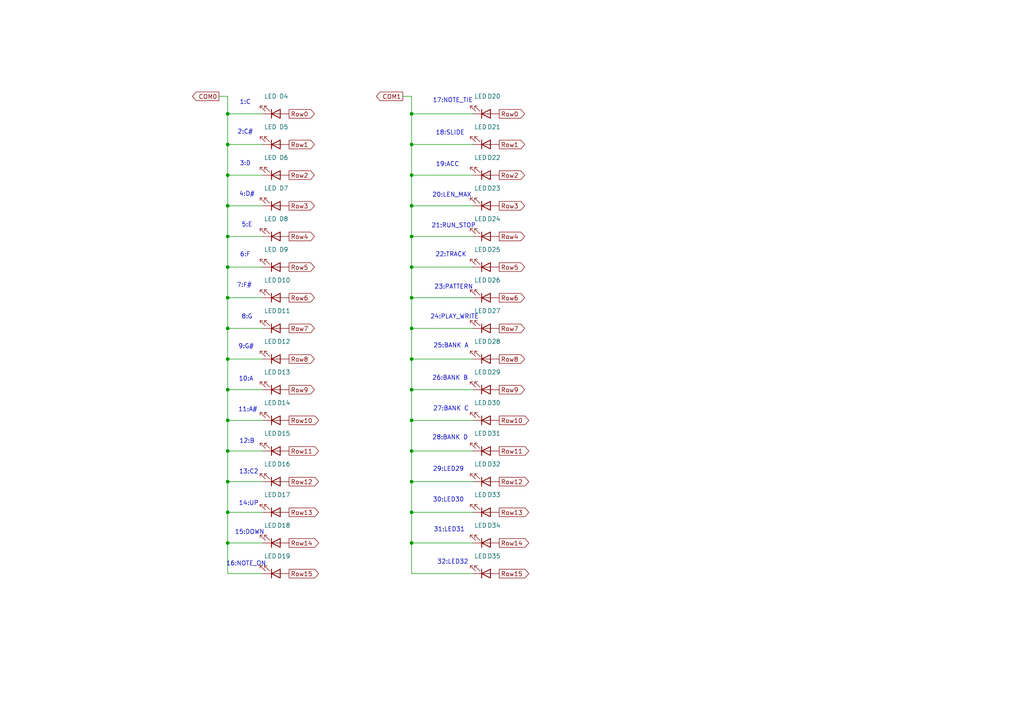
<source format=kicad_sch>
(kicad_sch (version 20231120) (generator "eeschema") (generator_version "8.0")
  (paper "A4")
  (lib_symbols
    (symbol "Device:LED" (pin_numbers hide) (pin_names (offset 1.016) hide)
      (property "Reference" "D" (at 0 2.54 0))
      (property "Value" "LED" (at 0 -2.54 0))
      (symbol "LED_0_1"
        (polyline (pts (xy -1.27 -1.27) (xy -1.27 1.27)) (stroke (width 0.254)))
        (polyline (pts (xy -1.27 0) (xy 1.27 0)))
        (polyline (pts (xy 1.27 -1.27) (xy 1.27 1.27) (xy -1.27 0) (xy 1.27 -1.27)) (stroke (width 0.254)))
        (polyline (pts (xy -3.048 -0.762) (xy -4.572 -2.286) (xy -3.81 -2.286) (xy -4.572 -2.286) (xy -4.572 -1.524)))
        (polyline (pts (xy -1.778 -0.762) (xy -3.302 -2.286) (xy -2.54 -2.286) (xy -3.302 -2.286) (xy -3.302 -1.524)))
      )
      (symbol "LED_1_1"
        (pin passive line (at -3.81 0 0) (length 2.54) (name "K") (number "1"))
        (pin passive line (at 3.81 0 180) (length 2.54) (name "A") (number "2"))
      )
    )
  )
  (junction (at 66.04 148.59))
  (junction (at 119.38 157.48))
  (junction (at 119.38 139.7))
  (junction (at 119.38 104.14))
  (junction (at 119.38 33.02))
  (junction (at 66.04 95.25))
  (junction (at 119.38 113.03))
  (junction (at 119.38 148.59))
  (junction (at 66.04 77.47))
  (junction (at 66.04 33.02))
  (junction (at 119.38 77.47))
  (junction (at 119.38 41.91))
  (junction (at 66.04 104.14))
  (junction (at 119.38 121.92))
  (junction (at 119.38 50.8))
  (junction (at 66.04 50.8))
  (junction (at 119.38 95.25))
  (junction (at 66.04 139.7))
  (junction (at 66.04 41.91))
  (junction (at 66.04 157.48))
  (junction (at 119.38 68.58))
  (junction (at 66.04 113.03))
  (junction (at 119.38 59.69))
  (junction (at 119.38 130.81))
  (junction (at 66.04 68.58))
  (junction (at 66.04 121.92))
  (junction (at 119.38 86.36))
  (junction (at 66.04 130.81))
  (junction (at 66.04 86.36))
  (junction (at 66.04 59.69))
  (wire (pts (xy 119.38 148.59) (xy 119.38 157.48)))
  (wire (pts (xy 119.38 121.92) (xy 137.16 121.92)))
  (wire (pts (xy 119.38 68.58) (xy 119.38 77.47)))
  (wire (pts (xy 119.38 41.91) (xy 119.38 50.8)))
  (wire (pts (xy 63.5 27.94) (xy 66.04 27.94)))
  (wire (pts (xy 119.38 139.7) (xy 119.38 148.59)))
  (wire (pts (xy 119.38 121.92) (xy 119.38 130.81)))
  (wire (pts (xy 66.04 148.59) (xy 66.04 157.48)))
  (wire (pts (xy 119.38 113.03) (xy 119.38 121.92)))
  (wire (pts (xy 76.2 121.92) (xy 66.04 121.92)))
  (wire (pts (xy 119.38 95.25) (xy 119.38 104.14)))
  (wire (pts (xy 119.38 139.7) (xy 137.16 139.7)))
  (wire (pts (xy 66.04 41.91) (xy 66.04 50.8)))
  (wire (pts (xy 76.2 157.48) (xy 66.04 157.48)))
  (wire (pts (xy 119.38 166.37) (xy 137.16 166.37)))
  (wire (pts (xy 66.04 113.03) (xy 66.04 121.92)))
  (wire (pts (xy 76.2 148.59) (xy 66.04 148.59)))
  (wire (pts (xy 119.38 59.69) (xy 119.38 68.58)))
  (wire (pts (xy 119.38 95.25) (xy 137.16 95.25)))
  (wire (pts (xy 76.2 104.14) (xy 66.04 104.14)))
  (wire (pts (xy 66.04 77.47) (xy 66.04 86.36)))
  (wire (pts (xy 66.04 121.92) (xy 66.04 130.81)))
  (wire (pts (xy 66.04 130.81) (xy 66.04 139.7)))
  (wire (pts (xy 119.38 113.03) (xy 137.16 113.03)))
  (wire (pts (xy 76.2 95.25) (xy 66.04 95.25)))
  (wire (pts (xy 66.04 86.36) (xy 66.04 95.25)))
  (wire (pts (xy 119.38 130.81) (xy 119.38 139.7)))
  (wire (pts (xy 76.2 130.81) (xy 66.04 130.81)))
  (wire (pts (xy 76.2 50.8) (xy 66.04 50.8)))
  (wire (pts (xy 119.38 27.94) (xy 119.38 33.02)))
  (wire (pts (xy 76.2 113.03) (xy 66.04 113.03)))
  (wire (pts (xy 119.38 33.02) (xy 119.38 41.91)))
  (wire (pts (xy 119.38 130.81) (xy 137.16 130.81)))
  (wire (pts (xy 66.04 157.48) (xy 66.04 166.37)))
  (wire (pts (xy 66.04 50.8) (xy 66.04 59.69)))
  (wire (pts (xy 119.38 86.36) (xy 137.16 86.36)))
  (wire (pts (xy 76.2 86.36) (xy 66.04 86.36)))
  (wire (pts (xy 66.04 59.69) (xy 66.04 68.58)))
  (wire (pts (xy 119.38 157.48) (xy 119.38 166.37)))
  (wire (pts (xy 119.38 50.8) (xy 119.38 59.69)))
  (wire (pts (xy 76.2 41.91) (xy 66.04 41.91)))
  (wire (pts (xy 76.2 139.7) (xy 66.04 139.7)))
  (wire (pts (xy 119.38 33.02) (xy 137.16 33.02)))
  (wire (pts (xy 76.2 33.02) (xy 66.04 33.02)))
  (wire (pts (xy 119.38 41.91) (xy 137.16 41.91)))
  (wire (pts (xy 119.38 157.48) (xy 137.16 157.48)))
  (wire (pts (xy 76.2 77.47) (xy 66.04 77.47)))
  (wire (pts (xy 119.38 77.47) (xy 137.16 77.47)))
  (wire (pts (xy 119.38 59.69) (xy 137.16 59.69)))
  (wire (pts (xy 76.2 59.69) (xy 66.04 59.69)))
  (wire (pts (xy 119.38 104.14) (xy 137.16 104.14)))
  (wire (pts (xy 119.38 77.47) (xy 119.38 86.36)))
  (wire (pts (xy 119.38 68.58) (xy 137.16 68.58)))
  (wire (pts (xy 66.04 27.94) (xy 66.04 33.02)))
  (wire (pts (xy 119.38 148.59) (xy 137.16 148.59)))
  (wire (pts (xy 66.04 95.25) (xy 66.04 104.14)))
  (wire (pts (xy 119.38 86.36) (xy 119.38 95.25)))
  (wire (pts (xy 119.38 50.8) (xy 137.16 50.8)))
  (wire (pts (xy 119.38 104.14) (xy 119.38 113.03)))
  (wire (pts (xy 66.04 104.14) (xy 66.04 113.03)))
  (wire (pts (xy 76.2 68.58) (xy 66.04 68.58)))
  (wire (pts (xy 76.2 166.37) (xy 66.04 166.37)))
  (wire (pts (xy 66.04 33.02) (xy 66.04 41.91)))
  (wire (pts (xy 66.04 139.7) (xy 66.04 148.59)))
  (wire (pts (xy 116.84 27.94) (xy 119.38 27.94)))
  (wire (pts (xy 66.04 68.58) (xy 66.04 77.47)))
  (text "14:UP" (at 72.136 146.05 0) (effects (font (size 1.27 1.27))))
  (text "18:SLIDE" (at 130.556 38.608 0) (effects (font (size 1.27 1.27))))
  (text "31:LED31" (at 130.302 153.67 0) (effects (font (size 1.27 1.27))))
  (text "3:D" (at 71.12 47.498 0) (effects (font (size 1.27 1.27))))
  (text "28:BANK D" (at 130.556 127 0) (effects (font (size 1.27 1.27))))
  (text "13:C2" (at 72.136 136.906 0) (effects (font (size 1.27 1.27))))
  (text "32:LED32" (at 131.318 163.068 0) (effects (font (size 1.27 1.27))))
  (text "21:RUN_STOP" (at 131.572 65.532 0) (effects (font (size 1.27 1.27))))
  (text "25:BANK A" (at 130.81 100.33 0) (effects (font (size 1.27 1.27))))
  (text "6:F\n" (at 71.12 73.914 0) (effects (font (size 1.27 1.27))))
  (text "15:DOWN" (at 72.39 154.432 0) (effects (font (size 1.27 1.27))))
  (text "30:LED30" (at 130.048 145.034 0) (effects (font (size 1.27 1.27))))
  (text "22:TRACK" (at 130.81 73.914 0) (effects (font (size 1.27 1.27))))
  (text "11:A#" (at 71.882 118.872 0) (effects (font (size 1.27 1.27))))
  (text "5:E" (at 71.628 65.278 0) (effects (font (size 1.27 1.27))))
  (text "19:ACC" (at 129.794 47.752 0) (effects (font (size 1.27 1.27))))
  (text "17:NOTE_TIE" (at 131.318 29.21 0) (effects (font (size 1.27 1.27))))
  (text "20:LEN_MAX" (at 131.064 56.642 0) (effects (font (size 1.27 1.27))))
  (text "10:A" (at 71.374 109.982 0) (effects (font (size 1.27 1.27))))
  (text "29:LED29" (at 130.048 136.144 0) (effects (font (size 1.27 1.27))))
  (text "12:B" (at 71.628 128.016 0) (effects (font (size 1.27 1.27))))
  (text "8:G" (at 71.628 91.948 0) (effects (font (size 1.27 1.27))))
  (text "4:D#" (at 71.628 56.388 0) (effects (font (size 1.27 1.27))))
  (text "26:BANK B" (at 130.556 109.728 0) (effects (font (size 1.27 1.27))))
  (text "9:G#" (at 71.374 100.584 0) (effects (font (size 1.27 1.27))))
  (text "2:C#" (at 71.12 38.354 0) (effects (font (size 1.27 1.27))))
  (text "1:C" (at 71.12 29.718 0) (effects (font (size 1.27 1.27))))
  (text "7:F#\n" (at 70.866 82.804 0) (effects (font (size 1.27 1.27))))
  (text "27:BANK C" (at 130.81 118.618 0) (effects (font (size 1.27 1.27))))
  (text "16:NOTE_ON" (at 71.374 163.576 0) (effects (font (size 1.27 1.27))))
  (text "24:PLAY_WRITE" (at 131.826 91.948 0) (effects (font (size 1.27 1.27))))
  (text "23:PATTERN" (at 131.572 83.312 0) (effects (font (size 1.27 1.27))))
  (global_label "Row0" (shape output) (at 83.82 33.02 0) (property "Intersheetrefs" "${INTERSHEET_REFS}" (effects (hide yes))))
  (global_label "Row2" (shape output) (at 144.78 50.8 0) (property "Intersheetrefs" "${INTERSHEET_REFS}" (effects (hide yes))))
  (global_label "Row2" (shape output) (at 83.82 50.8 0) (property "Intersheetrefs" "${INTERSHEET_REFS}" (effects (hide yes))))
  (global_label "Row3" (shape output) (at 144.78 59.69 0) (property "Intersheetrefs" "${INTERSHEET_REFS}" (effects (hide yes))))
  (global_label "Row5" (shape output) (at 83.82 77.47 0) (property "Intersheetrefs" "${INTERSHEET_REFS}" (effects (hide yes))))
  (global_label "Row6" (shape output) (at 83.82 86.36 0) (property "Intersheetrefs" "${INTERSHEET_REFS}" (effects (hide yes))))
  (global_label "Row14" (shape output) (at 144.78 157.48 0) (property "Intersheetrefs" "${INTERSHEET_REFS}" (effects (hide yes))))
  (global_label "Row8" (shape output) (at 83.82 104.14 0) (property "Intersheetrefs" "${INTERSHEET_REFS}" (effects (hide yes))))
  (global_label "Row7" (shape output) (at 83.82 95.25 0) (property "Intersheetrefs" "${INTERSHEET_REFS}" (effects (hide yes))))
  (global_label "Row13" (shape output) (at 83.82 148.59 0) (property "Intersheetrefs" "${INTERSHEET_REFS}" (effects (hide yes))))
  (global_label "Row1" (shape output) (at 144.78 41.91 0) (property "Intersheetrefs" "${INTERSHEET_REFS}" (effects (hide yes))))
  (global_label "Row11" (shape output) (at 83.82 130.81 0) (property "Intersheetrefs" "${INTERSHEET_REFS}" (effects (hide yes))))
  (global_label "Row9" (shape output) (at 144.78 113.03 0) (property "Intersheetrefs" "${INTERSHEET_REFS}" (effects (hide yes))))
  (global_label "Row14" (shape output) (at 83.82 157.48 0) (property "Intersheetrefs" "${INTERSHEET_REFS}" (effects (hide yes))))
  (global_label "Row7" (shape output) (at 144.78 95.25 0) (property "Intersheetrefs" "${INTERSHEET_REFS}" (effects (hide yes))))
  (global_label "Row0" (shape output) (at 144.78 33.02 0) (property "Intersheetrefs" "${INTERSHEET_REFS}" (effects (hide yes))))
  (global_label "Row15" (shape output) (at 83.82 166.37 0) (property "Intersheetrefs" "${INTERSHEET_REFS}" (effects (hide yes))))
  (global_label "Row10" (shape output) (at 83.82 121.92 0) (property "Intersheetrefs" "${INTERSHEET_REFS}" (effects (hide yes))))
  (global_label "Row9" (shape output) (at 83.82 113.03 0) (property "Intersheetrefs" "${INTERSHEET_REFS}" (effects (hide yes))))
  (global_label "Row12" (shape output) (at 144.78 139.7 0) (property "Intersheetrefs" "${INTERSHEET_REFS}" (effects (hide yes))))
  (global_label "COM1" (shape output) (at 116.84 27.94 180) (property "Intersheetrefs" "${INTERSHEET_REFS}" (effects (hide yes))))
  (global_label "Row6" (shape output) (at 144.78 86.36 0) (property "Intersheetrefs" "${INTERSHEET_REFS}" (effects (hide yes))))
  (global_label "Row15" (shape output) (at 144.78 166.37 0) (property "Intersheetrefs" "${INTERSHEET_REFS}" (effects (hide yes))))
  (global_label "Row4" (shape output) (at 83.82 68.58 0) (property "Intersheetrefs" "${INTERSHEET_REFS}" (effects (hide yes))))
  (global_label "Row8" (shape output) (at 144.78 104.14 0) (property "Intersheetrefs" "${INTERSHEET_REFS}" (effects (hide yes))))
  (global_label "Row10" (shape output) (at 144.78 121.92 0) (property "Intersheetrefs" "${INTERSHEET_REFS}" (effects (hide yes))))
  (global_label "Row11" (shape output) (at 144.78 130.81 0) (property "Intersheetrefs" "${INTERSHEET_REFS}" (effects (hide yes))))
  (global_label "Row5" (shape output) (at 144.78 77.47 0) (property "Intersheetrefs" "${INTERSHEET_REFS}" (effects (hide yes))))
  (global_label "Row1" (shape output) (at 83.82 41.91 0) (property "Intersheetrefs" "${INTERSHEET_REFS}" (effects (hide yes))))
  (global_label "Row12" (shape output) (at 83.82 139.7 0) (property "Intersheetrefs" "${INTERSHEET_REFS}" (effects (hide yes))))
  (global_label "Row3" (shape output) (at 83.82 59.69 0) (property "Intersheetrefs" "${INTERSHEET_REFS}" (effects (hide yes))))
  (global_label "Row13" (shape output) (at 144.78 148.59 0) (property "Intersheetrefs" "${INTERSHEET_REFS}" (effects (hide yes))))
  (global_label "Row4" (shape output) (at 144.78 68.58 0) (property "Intersheetrefs" "${INTERSHEET_REFS}" (effects (hide yes))))
  (global_label "COM0" (shape output) (at 63.5 27.94 180) (property "Intersheetrefs" "${INTERSHEET_REFS}" (effects (hide yes))))
  (symbol (lib_id "Device:LED") (at 140.97 104.14 0) (mirror x) (unit 1)
    (property "Reference" "D28" (at 143.256 99.06 0))
    (property "Value" "LED" (at 139.3825 99.06 0))
    (property "Footprint" "LED_THT:LED_D3.0mm" (effects (hide yes)))
    (property "Description" "Light emitting diode" (effects (hide yes)))
  )
  (symbol (lib_id "Device:LED") (at 80.01 139.7 0) (mirror x) (unit 1)
    (property "Reference" "D16" (at 82.296 134.62 0))
    (property "Value" "LED" (at 78.4225 134.62 0))
    (property "Footprint" "LED_THT:LED_D3.0mm" (effects (hide yes)))
    (property "Description" "Light emitting diode" (effects (hide yes)))
  )
  (symbol (lib_id "Device:LED") (at 140.97 148.59 0) (mirror x) (unit 1)
    (property "Reference" "D33" (at 143.256 143.51 0))
    (property "Value" "LED" (at 139.3825 143.51 0))
    (property "Footprint" "LED_THT:LED_D3.0mm" (effects (hide yes)))
    (property "Description" "Light emitting diode" (effects (hide yes)))
  )
  (symbol (lib_id "Device:LED") (at 80.01 166.37 0) (mirror x) (unit 1)
    (property "Reference" "D19" (at 82.296 161.29 0))
    (property "Value" "LED" (at 78.4225 161.29 0))
    (property "Footprint" "LED_THT:LED_D3.0mm" (effects (hide yes)))
    (property "Description" "Light emitting diode" (effects (hide yes)))
  )
  (symbol (lib_id "Device:LED") (at 80.01 157.48 0) (mirror x) (unit 1)
    (property "Reference" "D18" (at 82.296 152.4 0))
    (property "Value" "LED" (at 78.4225 152.4 0))
    (property "Footprint" "LED_THT:LED_D3.0mm" (effects (hide yes)))
    (property "Description" "Light emitting diode" (effects (hide yes)))
  )
  (symbol (lib_id "Device:LED") (at 80.01 113.03 0) (mirror x) (unit 1)
    (property "Reference" "D13" (at 82.296 107.95 0))
    (property "Value" "LED" (at 78.4225 107.95 0))
    (property "Footprint" "LED_THT:LED_D3.0mm" (effects (hide yes)))
    (property "Description" "Light emitting diode" (effects (hide yes)))
  )
  (symbol (lib_id "Device:LED") (at 140.97 59.69 0) (mirror x) (unit 1)
    (property "Reference" "D23" (at 143.256 54.61 0))
    (property "Value" "LED" (at 139.3825 54.61 0))
    (property "Footprint" "LED_THT:LED_D3.0mm" (effects (hide yes)))
    (property "Description" "Light emitting diode" (effects (hide yes)))
  )
  (symbol (lib_id "Device:LED") (at 140.97 157.48 0) (mirror x) (unit 1)
    (property "Reference" "D34" (at 143.256 152.4 0))
    (property "Value" "LED" (at 139.3825 152.4 0))
    (property "Footprint" "LED_THT:LED_D3.0mm" (effects (hide yes)))
    (property "Description" "Light emitting diode" (effects (hide yes)))
  )
  (symbol (lib_id "Device:LED") (at 140.97 130.81 0) (mirror x) (unit 1)
    (property "Reference" "D31" (at 143.256 125.73 0))
    (property "Value" "LED" (at 139.3825 125.73 0))
    (property "Footprint" "LED_THT:LED_D3.0mm" (effects (hide yes)))
    (property "Description" "Light emitting diode" (effects (hide yes)))
  )
  (symbol (lib_id "Device:LED") (at 80.01 104.14 0) (mirror x) (unit 1)
    (property "Reference" "D12" (at 82.296 99.06 0))
    (property "Value" "LED" (at 78.4225 99.06 0))
    (property "Footprint" "LED_THT:LED_D3.0mm" (effects (hide yes)))
    (property "Description" "Light emitting diode" (effects (hide yes)))
  )
  (symbol (lib_id "Device:LED") (at 140.97 113.03 0) (mirror x) (unit 1)
    (property "Reference" "D29" (at 143.256 107.95 0))
    (property "Value" "LED" (at 139.3825 107.95 0))
    (property "Footprint" "LED_THT:LED_D3.0mm" (effects (hide yes)))
    (property "Description" "Light emitting diode" (effects (hide yes)))
  )
  (symbol (lib_id "Device:LED") (at 80.01 41.91 0) (mirror x) (unit 1)
    (property "Reference" "D5" (at 82.296 36.83 0))
    (property "Value" "LED" (at 78.4225 36.83 0))
    (property "Footprint" "LED_THT:LED_D3.0mm" (effects (hide yes)))
    (property "Description" "Light emitting diode" (effects (hide yes)))
  )
  (symbol (lib_id "Device:LED") (at 80.01 68.58 0) (mirror x) (unit 1)
    (property "Reference" "D8" (at 82.296 63.5 0))
    (property "Value" "LED" (at 78.4225 63.5 0))
    (property "Footprint" "LED_THT:LED_D3.0mm" (effects (hide yes)))
    (property "Description" "Light emitting diode" (effects (hide yes)))
  )
  (symbol (lib_id "Device:LED") (at 80.01 95.25 0) (mirror x) (unit 1)
    (property "Reference" "D11" (at 82.296 90.17 0))
    (property "Value" "LED" (at 78.4225 90.17 0))
    (property "Footprint" "LED_THT:LED_D3.0mm" (effects (hide yes)))
    (property "Description" "Light emitting diode" (effects (hide yes)))
  )
  (symbol (lib_id "Device:LED") (at 140.97 86.36 0) (mirror x) (unit 1)
    (property "Reference" "D26" (at 143.256 81.28 0))
    (property "Value" "LED" (at 139.3825 81.28 0))
    (property "Footprint" "LED_THT:LED_D3.0mm" (effects (hide yes)))
    (property "Description" "Light emitting diode" (effects (hide yes)))
  )
  (symbol (lib_id "Device:LED") (at 80.01 86.36 0) (mirror x) (unit 1)
    (property "Reference" "D10" (at 82.296 81.28 0))
    (property "Value" "LED" (at 78.4225 81.28 0))
    (property "Footprint" "LED_THT:LED_D3.0mm" (effects (hide yes)))
    (property "Description" "Light emitting diode" (effects (hide yes)))
  )
  (symbol (lib_id "Device:LED") (at 140.97 68.58 0) (mirror x) (unit 1)
    (property "Reference" "D24" (at 143.256 63.5 0))
    (property "Value" "LED" (at 139.3825 63.5 0))
    (property "Footprint" "LED_THT:LED_D3.0mm" (effects (hide yes)))
    (property "Description" "Light emitting diode" (effects (hide yes)))
  )
  (symbol (lib_id "Device:LED") (at 140.97 50.8 0) (mirror x) (unit 1)
    (property "Reference" "D22" (at 143.256 45.72 0))
    (property "Value" "LED" (at 139.3825 45.72 0))
    (property "Footprint" "LED_THT:LED_D3.0mm" (effects (hide yes)))
    (property "Description" "Light emitting diode" (effects (hide yes)))
  )
  (symbol (lib_id "Device:LED") (at 140.97 166.37 0) (mirror x) (unit 1)
    (property "Reference" "D35" (at 143.256 161.29 0))
    (property "Value" "LED" (at 139.3825 161.29 0))
    (property "Footprint" "LED_THT:LED_D3.0mm" (effects (hide yes)))
    (property "Description" "Light emitting diode" (effects (hide yes)))
  )
  (symbol (lib_id "Device:LED") (at 80.01 148.59 0) (mirror x) (unit 1)
    (property "Reference" "D17" (at 82.296 143.51 0))
    (property "Value" "LED" (at 78.4225 143.51 0))
    (property "Footprint" "LED_THT:LED_D3.0mm" (effects (hide yes)))
    (property "Description" "Light emitting diode" (effects (hide yes)))
  )
  (symbol (lib_id "Device:LED") (at 80.01 33.02 0) (mirror x) (unit 1)
    (property "Reference" "D4" (at 82.296 27.94 0))
    (property "Value" "LED" (at 78.4225 27.94 0))
    (property "Footprint" "LED_THT:LED_D3.0mm" (effects (hide yes)))
    (property "Description" "Light emitting diode" (effects (hide yes)))
  )
  (symbol (lib_id "Device:LED") (at 140.97 121.92 0) (mirror x) (unit 1)
    (property "Reference" "D30" (at 143.256 116.84 0))
    (property "Value" "LED" (at 139.3825 116.84 0))
    (property "Footprint" "LED_THT:LED_D3.0mm" (effects (hide yes)))
    (property "Description" "Light emitting diode" (effects (hide yes)))
  )
  (symbol (lib_id "Device:LED") (at 80.01 59.69 0) (mirror x) (unit 1)
    (property "Reference" "D7" (at 82.296 54.61 0))
    (property "Value" "LED" (at 78.4225 54.61 0))
    (property "Footprint" "LED_THT:LED_D3.0mm" (effects (hide yes)))
    (property "Description" "Light emitting diode" (effects (hide yes)))
  )
  (symbol (lib_id "Device:LED") (at 140.97 77.47 0) (mirror x) (unit 1)
    (property "Reference" "D25" (at 143.256 72.39 0))
    (property "Value" "LED" (at 139.3825 72.39 0))
    (property "Footprint" "LED_THT:LED_D3.0mm" (effects (hide yes)))
    (property "Description" "Light emitting diode" (effects (hide yes)))
  )
  (symbol (lib_id "Device:LED") (at 80.01 130.81 0) (mirror x) (unit 1)
    (property "Reference" "D15" (at 82.296 125.73 0))
    (property "Value" "LED" (at 78.4225 125.73 0))
    (property "Footprint" "LED_THT:LED_D3.0mm" (effects (hide yes)))
    (property "Description" "Light emitting diode" (effects (hide yes)))
  )
  (symbol (lib_id "Device:LED") (at 140.97 95.25 0) (mirror x) (unit 1)
    (property "Reference" "D27" (at 143.256 90.17 0))
    (property "Value" "LED" (at 139.3825 90.17 0))
    (property "Footprint" "LED_THT:LED_D3.0mm" (effects (hide yes)))
    (property "Description" "Light emitting diode" (effects (hide yes)))
  )
  (symbol (lib_id "Device:LED") (at 80.01 121.92 0) (mirror x) (unit 1)
    (property "Reference" "D14" (at 82.296 116.84 0))
    (property "Value" "LED" (at 78.4225 116.84 0))
    (property "Footprint" "LED_THT:LED_D3.0mm" (effects (hide yes)))
    (property "Description" "Light emitting diode" (effects (hide yes)))
  )
  (symbol (lib_id "Device:LED") (at 140.97 139.7 0) (mirror x) (unit 1)
    (property "Reference" "D32" (at 143.256 134.62 0))
    (property "Value" "LED" (at 139.3825 134.62 0))
    (property "Footprint" "LED_THT:LED_D3.0mm" (effects (hide yes)))
    (property "Description" "Light emitting diode" (effects (hide yes)))
  )
  (symbol (lib_id "Device:LED") (at 80.01 50.8 0) (mirror x) (unit 1)
    (property "Reference" "D6" (at 82.296 45.72 0))
    (property "Value" "LED" (at 78.4225 45.72 0))
    (property "Footprint" "LED_THT:LED_D3.0mm" (effects (hide yes)))
    (property "Description" "Light emitting diode" (effects (hide yes)))
  )
  (symbol (lib_id "Device:LED") (at 140.97 41.91 0) (mirror x) (unit 1)
    (property "Reference" "D21" (at 143.256 36.83 0))
    (property "Value" "LED" (at 139.3825 36.83 0))
    (property "Footprint" "LED_THT:LED_D3.0mm" (effects (hide yes)))
    (property "Description" "Light emitting diode" (effects (hide yes)))
  )
  (symbol (lib_id "Device:LED") (at 140.97 33.02 0) (mirror x) (unit 1)
    (property "Reference" "D20" (at 143.256 27.94 0))
    (property "Value" "LED" (at 139.3825 27.94 0))
    (property "Footprint" "LED_THT:LED_D3.0mm" (effects (hide yes)))
    (property "Description" "Light emitting diode" (effects (hide yes)))
  )
  (symbol (lib_id "Device:LED") (at 80.01 77.47 0) (mirror x) (unit 1)
    (property "Reference" "D9" (at 82.296 72.39 0))
    (property "Value" "LED" (at 78.4225 72.39 0))
    (property "Footprint" "LED_THT:LED_D3.0mm" (effects (hide yes)))
    (property "Description" "Light emitting diode" (effects (hide yes)))
  )
)
</source>
